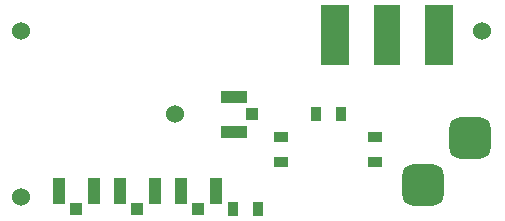
<source format=gbr>
G04*
G04 #@! TF.GenerationSoftware,Altium Limited,Altium Designer,24.6.1 (21)*
G04*
G04 Layer_Color=255*
%FSLAX25Y25*%
%MOIN*%
G70*
G04*
G04 #@! TF.SameCoordinates,848F02FD-2630-40CC-A56B-9648625414CD*
G04*
G04*
G04 #@! TF.FilePolarity,Positive*
G04*
G01*
G75*
%ADD15R,0.03543X0.04724*%
%ADD16R,0.04134X0.08661*%
%ADD17R,0.03937X0.04134*%
%ADD18R,0.04724X0.03543*%
%ADD19R,0.09000X0.20000*%
%ADD20R,0.09500X0.20000*%
G04:AMPARAMS|DCode=21|XSize=137.8mil|YSize=137.8mil|CornerRadius=34.45mil|HoleSize=0mil|Usage=FLASHONLY|Rotation=0.000|XOffset=0mil|YOffset=0mil|HoleType=Round|Shape=RoundedRectangle|*
%AMROUNDEDRECTD21*
21,1,0.13780,0.06890,0,0,0.0*
21,1,0.06890,0.13780,0,0,0.0*
1,1,0.06890,0.03445,-0.03445*
1,1,0.06890,-0.03445,-0.03445*
1,1,0.06890,-0.03445,0.03445*
1,1,0.06890,0.03445,0.03445*
%
%ADD21ROUNDEDRECTD21*%
%ADD22R,0.08661X0.04134*%
%ADD23R,0.04134X0.03937*%
%ADD33C,0.06000*%
D15*
X90748Y7874D02*
D03*
X82480D02*
D03*
X118307Y39370D02*
D03*
X110039D02*
D03*
D16*
X65059Y13878D02*
D03*
X76673D02*
D03*
X44760D02*
D03*
X56375D02*
D03*
X24462D02*
D03*
X36076D02*
D03*
D17*
X70866Y7874D02*
D03*
X50568D02*
D03*
X30269D02*
D03*
D18*
X129921Y31693D02*
D03*
Y23425D02*
D03*
X98425Y31693D02*
D03*
Y23425D02*
D03*
D19*
X133858Y65840D02*
D03*
D20*
X151108D02*
D03*
X116608D02*
D03*
D21*
X161417Y31496D02*
D03*
X145669Y15748D02*
D03*
D22*
X82677Y33563D02*
D03*
Y45177D02*
D03*
D23*
X88681Y39370D02*
D03*
D33*
X62992D02*
D03*
X165354Y66929D02*
D03*
X11811Y11811D02*
D03*
Y66929D02*
D03*
M02*

</source>
